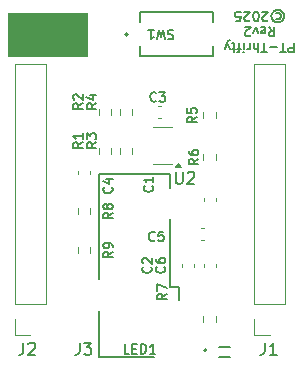
<source format=gbr>
%TF.GenerationSoftware,KiCad,Pcbnew,8.0.6*%
%TF.CreationDate,2025-12-05T01:10:29-07:00*%
%TF.ProjectId,pt_thrifty,70745f74-6872-4696-9674-792e6b696361,rev?*%
%TF.SameCoordinates,Original*%
%TF.FileFunction,Legend,Top*%
%TF.FilePolarity,Positive*%
%FSLAX46Y46*%
G04 Gerber Fmt 4.6, Leading zero omitted, Abs format (unit mm)*
G04 Created by KiCad (PCBNEW 8.0.6) date 2025-12-05 01:10:29*
%MOMM*%
%LPD*%
G01*
G04 APERTURE LIST*
%ADD10C,0.100000*%
%ADD11C,0.150000*%
%ADD12C,0.120000*%
%ADD13C,0.127000*%
%ADD14C,0.200000*%
%ADD15C,0.152400*%
G04 APERTURE END LIST*
D10*
X127889000Y-70548500D02*
X134620000Y-70548500D01*
X134620000Y-74231500D01*
X127889000Y-74231500D01*
X127889000Y-70548500D01*
G36*
X127889000Y-70548500D02*
G01*
X134620000Y-70548500D01*
X134620000Y-74231500D01*
X127889000Y-74231500D01*
X127889000Y-70548500D01*
G37*
D11*
X150005951Y-71751659D02*
X150272618Y-72132612D01*
X150463094Y-71751659D02*
X150463094Y-72551659D01*
X150463094Y-72551659D02*
X150158332Y-72551659D01*
X150158332Y-72551659D02*
X150082142Y-72513564D01*
X150082142Y-72513564D02*
X150044047Y-72475469D01*
X150044047Y-72475469D02*
X150005951Y-72399278D01*
X150005951Y-72399278D02*
X150005951Y-72284993D01*
X150005951Y-72284993D02*
X150044047Y-72208802D01*
X150044047Y-72208802D02*
X150082142Y-72170707D01*
X150082142Y-72170707D02*
X150158332Y-72132612D01*
X150158332Y-72132612D02*
X150463094Y-72132612D01*
X149358332Y-71789755D02*
X149434523Y-71751659D01*
X149434523Y-71751659D02*
X149586904Y-71751659D01*
X149586904Y-71751659D02*
X149663094Y-71789755D01*
X149663094Y-71789755D02*
X149701190Y-71865945D01*
X149701190Y-71865945D02*
X149701190Y-72170707D01*
X149701190Y-72170707D02*
X149663094Y-72246897D01*
X149663094Y-72246897D02*
X149586904Y-72284993D01*
X149586904Y-72284993D02*
X149434523Y-72284993D01*
X149434523Y-72284993D02*
X149358332Y-72246897D01*
X149358332Y-72246897D02*
X149320237Y-72170707D01*
X149320237Y-72170707D02*
X149320237Y-72094516D01*
X149320237Y-72094516D02*
X149701190Y-72018326D01*
X149053571Y-72284993D02*
X148863095Y-71751659D01*
X148863095Y-71751659D02*
X148672618Y-72284993D01*
X148405952Y-72475469D02*
X148367856Y-72513564D01*
X148367856Y-72513564D02*
X148291666Y-72551659D01*
X148291666Y-72551659D02*
X148101190Y-72551659D01*
X148101190Y-72551659D02*
X148024999Y-72513564D01*
X148024999Y-72513564D02*
X147986904Y-72475469D01*
X147986904Y-72475469D02*
X147948809Y-72399278D01*
X147948809Y-72399278D02*
X147948809Y-72323088D01*
X147948809Y-72323088D02*
X147986904Y-72208802D01*
X147986904Y-72208802D02*
X148444047Y-71751659D01*
X148444047Y-71751659D02*
X147948809Y-71751659D01*
X150596428Y-71073228D02*
X150672619Y-71111323D01*
X150672619Y-71111323D02*
X150825000Y-71111323D01*
X150825000Y-71111323D02*
X150901190Y-71073228D01*
X150901190Y-71073228D02*
X150977381Y-70997038D01*
X150977381Y-70997038D02*
X151015476Y-70920847D01*
X151015476Y-70920847D02*
X151015476Y-70768466D01*
X151015476Y-70768466D02*
X150977381Y-70692276D01*
X150977381Y-70692276D02*
X150901190Y-70616085D01*
X150901190Y-70616085D02*
X150825000Y-70577990D01*
X150825000Y-70577990D02*
X150672619Y-70577990D01*
X150672619Y-70577990D02*
X150596428Y-70616085D01*
X150748809Y-71377990D02*
X150939285Y-71339895D01*
X150939285Y-71339895D02*
X151129762Y-71225609D01*
X151129762Y-71225609D02*
X151244047Y-71035133D01*
X151244047Y-71035133D02*
X151282143Y-70844657D01*
X151282143Y-70844657D02*
X151244047Y-70654180D01*
X151244047Y-70654180D02*
X151129762Y-70463704D01*
X151129762Y-70463704D02*
X150939285Y-70349419D01*
X150939285Y-70349419D02*
X150748809Y-70311323D01*
X150748809Y-70311323D02*
X150558333Y-70349419D01*
X150558333Y-70349419D02*
X150367857Y-70463704D01*
X150367857Y-70463704D02*
X150253571Y-70654180D01*
X150253571Y-70654180D02*
X150215476Y-70844657D01*
X150215476Y-70844657D02*
X150253571Y-71035133D01*
X150253571Y-71035133D02*
X150367857Y-71225609D01*
X150367857Y-71225609D02*
X150558333Y-71339895D01*
X150558333Y-71339895D02*
X150748809Y-71377990D01*
X149910714Y-71187514D02*
X149872618Y-71225609D01*
X149872618Y-71225609D02*
X149796428Y-71263704D01*
X149796428Y-71263704D02*
X149605952Y-71263704D01*
X149605952Y-71263704D02*
X149529761Y-71225609D01*
X149529761Y-71225609D02*
X149491666Y-71187514D01*
X149491666Y-71187514D02*
X149453571Y-71111323D01*
X149453571Y-71111323D02*
X149453571Y-71035133D01*
X149453571Y-71035133D02*
X149491666Y-70920847D01*
X149491666Y-70920847D02*
X149948809Y-70463704D01*
X149948809Y-70463704D02*
X149453571Y-70463704D01*
X148958332Y-71263704D02*
X148882142Y-71263704D01*
X148882142Y-71263704D02*
X148805951Y-71225609D01*
X148805951Y-71225609D02*
X148767856Y-71187514D01*
X148767856Y-71187514D02*
X148729761Y-71111323D01*
X148729761Y-71111323D02*
X148691666Y-70958942D01*
X148691666Y-70958942D02*
X148691666Y-70768466D01*
X148691666Y-70768466D02*
X148729761Y-70616085D01*
X148729761Y-70616085D02*
X148767856Y-70539895D01*
X148767856Y-70539895D02*
X148805951Y-70501800D01*
X148805951Y-70501800D02*
X148882142Y-70463704D01*
X148882142Y-70463704D02*
X148958332Y-70463704D01*
X148958332Y-70463704D02*
X149034523Y-70501800D01*
X149034523Y-70501800D02*
X149072618Y-70539895D01*
X149072618Y-70539895D02*
X149110713Y-70616085D01*
X149110713Y-70616085D02*
X149148809Y-70768466D01*
X149148809Y-70768466D02*
X149148809Y-70958942D01*
X149148809Y-70958942D02*
X149110713Y-71111323D01*
X149110713Y-71111323D02*
X149072618Y-71187514D01*
X149072618Y-71187514D02*
X149034523Y-71225609D01*
X149034523Y-71225609D02*
X148958332Y-71263704D01*
X148386904Y-71187514D02*
X148348808Y-71225609D01*
X148348808Y-71225609D02*
X148272618Y-71263704D01*
X148272618Y-71263704D02*
X148082142Y-71263704D01*
X148082142Y-71263704D02*
X148005951Y-71225609D01*
X148005951Y-71225609D02*
X147967856Y-71187514D01*
X147967856Y-71187514D02*
X147929761Y-71111323D01*
X147929761Y-71111323D02*
X147929761Y-71035133D01*
X147929761Y-71035133D02*
X147967856Y-70920847D01*
X147967856Y-70920847D02*
X148424999Y-70463704D01*
X148424999Y-70463704D02*
X147929761Y-70463704D01*
X147205951Y-71263704D02*
X147586903Y-71263704D01*
X147586903Y-71263704D02*
X147624999Y-70882752D01*
X147624999Y-70882752D02*
X147586903Y-70920847D01*
X147586903Y-70920847D02*
X147510713Y-70958942D01*
X147510713Y-70958942D02*
X147320237Y-70958942D01*
X147320237Y-70958942D02*
X147244046Y-70920847D01*
X147244046Y-70920847D02*
X147205951Y-70882752D01*
X147205951Y-70882752D02*
X147167856Y-70806561D01*
X147167856Y-70806561D02*
X147167856Y-70616085D01*
X147167856Y-70616085D02*
X147205951Y-70539895D01*
X147205951Y-70539895D02*
X147244046Y-70501800D01*
X147244046Y-70501800D02*
X147320237Y-70463704D01*
X147320237Y-70463704D02*
X147510713Y-70463704D01*
X147510713Y-70463704D02*
X147586903Y-70501800D01*
X147586903Y-70501800D02*
X147624999Y-70539895D01*
X152110839Y-73130704D02*
X152110839Y-73930704D01*
X152110839Y-73930704D02*
X151806077Y-73930704D01*
X151806077Y-73930704D02*
X151729887Y-73892609D01*
X151729887Y-73892609D02*
X151691792Y-73854514D01*
X151691792Y-73854514D02*
X151653696Y-73778323D01*
X151653696Y-73778323D02*
X151653696Y-73664038D01*
X151653696Y-73664038D02*
X151691792Y-73587847D01*
X151691792Y-73587847D02*
X151729887Y-73549752D01*
X151729887Y-73549752D02*
X151806077Y-73511657D01*
X151806077Y-73511657D02*
X152110839Y-73511657D01*
X151425125Y-73930704D02*
X150967982Y-73930704D01*
X151196554Y-73130704D02*
X151196554Y-73930704D01*
X150701315Y-73435466D02*
X150091792Y-73435466D01*
X149825125Y-73930704D02*
X149367982Y-73930704D01*
X149596554Y-73130704D02*
X149596554Y-73930704D01*
X149101315Y-73130704D02*
X149101315Y-73930704D01*
X148758458Y-73130704D02*
X148758458Y-73549752D01*
X148758458Y-73549752D02*
X148796553Y-73625942D01*
X148796553Y-73625942D02*
X148872744Y-73664038D01*
X148872744Y-73664038D02*
X148987030Y-73664038D01*
X148987030Y-73664038D02*
X149063220Y-73625942D01*
X149063220Y-73625942D02*
X149101315Y-73587847D01*
X148377505Y-73130704D02*
X148377505Y-73664038D01*
X148377505Y-73511657D02*
X148339410Y-73587847D01*
X148339410Y-73587847D02*
X148301315Y-73625942D01*
X148301315Y-73625942D02*
X148225124Y-73664038D01*
X148225124Y-73664038D02*
X148148934Y-73664038D01*
X147882267Y-73130704D02*
X147882267Y-73664038D01*
X147882267Y-73930704D02*
X147920363Y-73892609D01*
X147920363Y-73892609D02*
X147882267Y-73854514D01*
X147882267Y-73854514D02*
X147844172Y-73892609D01*
X147844172Y-73892609D02*
X147882267Y-73930704D01*
X147882267Y-73930704D02*
X147882267Y-73854514D01*
X147615601Y-73664038D02*
X147310839Y-73664038D01*
X147501315Y-73130704D02*
X147501315Y-73816419D01*
X147501315Y-73816419D02*
X147463220Y-73892609D01*
X147463220Y-73892609D02*
X147387030Y-73930704D01*
X147387030Y-73930704D02*
X147310839Y-73930704D01*
X147158458Y-73664038D02*
X146853696Y-73664038D01*
X147044172Y-73930704D02*
X147044172Y-73244990D01*
X147044172Y-73244990D02*
X147006077Y-73168800D01*
X147006077Y-73168800D02*
X146929887Y-73130704D01*
X146929887Y-73130704D02*
X146853696Y-73130704D01*
X146663220Y-73664038D02*
X146472744Y-73130704D01*
X146282267Y-73664038D02*
X146472744Y-73130704D01*
X146472744Y-73130704D02*
X146548934Y-72940228D01*
X146548934Y-72940228D02*
X146587029Y-72902133D01*
X146587029Y-72902133D02*
X146663220Y-72864038D01*
X149653666Y-98514819D02*
X149653666Y-99229104D01*
X149653666Y-99229104D02*
X149606047Y-99371961D01*
X149606047Y-99371961D02*
X149510809Y-99467200D01*
X149510809Y-99467200D02*
X149367952Y-99514819D01*
X149367952Y-99514819D02*
X149272714Y-99514819D01*
X150653666Y-99514819D02*
X150082238Y-99514819D01*
X150367952Y-99514819D02*
X150367952Y-98514819D01*
X150367952Y-98514819D02*
X150272714Y-98657676D01*
X150272714Y-98657676D02*
X150177476Y-98752914D01*
X150177476Y-98752914D02*
X150082238Y-98800533D01*
X141129104Y-92081332D02*
X141167200Y-92119428D01*
X141167200Y-92119428D02*
X141205295Y-92233713D01*
X141205295Y-92233713D02*
X141205295Y-92309904D01*
X141205295Y-92309904D02*
X141167200Y-92424190D01*
X141167200Y-92424190D02*
X141091009Y-92500380D01*
X141091009Y-92500380D02*
X141014819Y-92538475D01*
X141014819Y-92538475D02*
X140862438Y-92576571D01*
X140862438Y-92576571D02*
X140748152Y-92576571D01*
X140748152Y-92576571D02*
X140595771Y-92538475D01*
X140595771Y-92538475D02*
X140519580Y-92500380D01*
X140519580Y-92500380D02*
X140443390Y-92424190D01*
X140443390Y-92424190D02*
X140405295Y-92309904D01*
X140405295Y-92309904D02*
X140405295Y-92233713D01*
X140405295Y-92233713D02*
X140443390Y-92119428D01*
X140443390Y-92119428D02*
X140481485Y-92081332D01*
X140405295Y-91395618D02*
X140405295Y-91547999D01*
X140405295Y-91547999D02*
X140443390Y-91624190D01*
X140443390Y-91624190D02*
X140481485Y-91662285D01*
X140481485Y-91662285D02*
X140595771Y-91738475D01*
X140595771Y-91738475D02*
X140748152Y-91776571D01*
X140748152Y-91776571D02*
X141052914Y-91776571D01*
X141052914Y-91776571D02*
X141129104Y-91738475D01*
X141129104Y-91738475D02*
X141167200Y-91700380D01*
X141167200Y-91700380D02*
X141205295Y-91624190D01*
X141205295Y-91624190D02*
X141205295Y-91471809D01*
X141205295Y-91471809D02*
X141167200Y-91395618D01*
X141167200Y-91395618D02*
X141129104Y-91357523D01*
X141129104Y-91357523D02*
X141052914Y-91319428D01*
X141052914Y-91319428D02*
X140862438Y-91319428D01*
X140862438Y-91319428D02*
X140786247Y-91357523D01*
X140786247Y-91357523D02*
X140748152Y-91395618D01*
X140748152Y-91395618D02*
X140710057Y-91471809D01*
X140710057Y-91471809D02*
X140710057Y-91624190D01*
X140710057Y-91624190D02*
X140748152Y-91700380D01*
X140748152Y-91700380D02*
X140786247Y-91738475D01*
X140786247Y-91738475D02*
X140862438Y-91776571D01*
X136760295Y-87509332D02*
X136379342Y-87775999D01*
X136760295Y-87966475D02*
X135960295Y-87966475D01*
X135960295Y-87966475D02*
X135960295Y-87661713D01*
X135960295Y-87661713D02*
X135998390Y-87585523D01*
X135998390Y-87585523D02*
X136036485Y-87547428D01*
X136036485Y-87547428D02*
X136112676Y-87509332D01*
X136112676Y-87509332D02*
X136226961Y-87509332D01*
X136226961Y-87509332D02*
X136303152Y-87547428D01*
X136303152Y-87547428D02*
X136341247Y-87585523D01*
X136341247Y-87585523D02*
X136379342Y-87661713D01*
X136379342Y-87661713D02*
X136379342Y-87966475D01*
X136303152Y-87052190D02*
X136265057Y-87128380D01*
X136265057Y-87128380D02*
X136226961Y-87166475D01*
X136226961Y-87166475D02*
X136150771Y-87204571D01*
X136150771Y-87204571D02*
X136112676Y-87204571D01*
X136112676Y-87204571D02*
X136036485Y-87166475D01*
X136036485Y-87166475D02*
X135998390Y-87128380D01*
X135998390Y-87128380D02*
X135960295Y-87052190D01*
X135960295Y-87052190D02*
X135960295Y-86899809D01*
X135960295Y-86899809D02*
X135998390Y-86823618D01*
X135998390Y-86823618D02*
X136036485Y-86785523D01*
X136036485Y-86785523D02*
X136112676Y-86747428D01*
X136112676Y-86747428D02*
X136150771Y-86747428D01*
X136150771Y-86747428D02*
X136226961Y-86785523D01*
X136226961Y-86785523D02*
X136265057Y-86823618D01*
X136265057Y-86823618D02*
X136303152Y-86899809D01*
X136303152Y-86899809D02*
X136303152Y-87052190D01*
X136303152Y-87052190D02*
X136341247Y-87128380D01*
X136341247Y-87128380D02*
X136379342Y-87166475D01*
X136379342Y-87166475D02*
X136455533Y-87204571D01*
X136455533Y-87204571D02*
X136607914Y-87204571D01*
X136607914Y-87204571D02*
X136684104Y-87166475D01*
X136684104Y-87166475D02*
X136722200Y-87128380D01*
X136722200Y-87128380D02*
X136760295Y-87052190D01*
X136760295Y-87052190D02*
X136760295Y-86899809D01*
X136760295Y-86899809D02*
X136722200Y-86823618D01*
X136722200Y-86823618D02*
X136684104Y-86785523D01*
X136684104Y-86785523D02*
X136607914Y-86747428D01*
X136607914Y-86747428D02*
X136455533Y-86747428D01*
X136455533Y-86747428D02*
X136379342Y-86785523D01*
X136379342Y-86785523D02*
X136341247Y-86823618D01*
X136341247Y-86823618D02*
X136303152Y-86899809D01*
X136684104Y-85350332D02*
X136722200Y-85388428D01*
X136722200Y-85388428D02*
X136760295Y-85502713D01*
X136760295Y-85502713D02*
X136760295Y-85578904D01*
X136760295Y-85578904D02*
X136722200Y-85693190D01*
X136722200Y-85693190D02*
X136646009Y-85769380D01*
X136646009Y-85769380D02*
X136569819Y-85807475D01*
X136569819Y-85807475D02*
X136417438Y-85845571D01*
X136417438Y-85845571D02*
X136303152Y-85845571D01*
X136303152Y-85845571D02*
X136150771Y-85807475D01*
X136150771Y-85807475D02*
X136074580Y-85769380D01*
X136074580Y-85769380D02*
X135998390Y-85693190D01*
X135998390Y-85693190D02*
X135960295Y-85578904D01*
X135960295Y-85578904D02*
X135960295Y-85502713D01*
X135960295Y-85502713D02*
X135998390Y-85388428D01*
X135998390Y-85388428D02*
X136036485Y-85350332D01*
X136226961Y-84664618D02*
X136760295Y-84664618D01*
X135922200Y-84855094D02*
X136493628Y-85045571D01*
X136493628Y-85045571D02*
X136493628Y-84550332D01*
X134220295Y-81540332D02*
X133839342Y-81806999D01*
X134220295Y-81997475D02*
X133420295Y-81997475D01*
X133420295Y-81997475D02*
X133420295Y-81692713D01*
X133420295Y-81692713D02*
X133458390Y-81616523D01*
X133458390Y-81616523D02*
X133496485Y-81578428D01*
X133496485Y-81578428D02*
X133572676Y-81540332D01*
X133572676Y-81540332D02*
X133686961Y-81540332D01*
X133686961Y-81540332D02*
X133763152Y-81578428D01*
X133763152Y-81578428D02*
X133801247Y-81616523D01*
X133801247Y-81616523D02*
X133839342Y-81692713D01*
X133839342Y-81692713D02*
X133839342Y-81997475D01*
X134220295Y-80778428D02*
X134220295Y-81235571D01*
X134220295Y-81006999D02*
X133420295Y-81006999D01*
X133420295Y-81006999D02*
X133534580Y-81083190D01*
X133534580Y-81083190D02*
X133610771Y-81159380D01*
X133610771Y-81159380D02*
X133648866Y-81235571D01*
X129206666Y-98514819D02*
X129206666Y-99229104D01*
X129206666Y-99229104D02*
X129159047Y-99371961D01*
X129159047Y-99371961D02*
X129063809Y-99467200D01*
X129063809Y-99467200D02*
X128920952Y-99514819D01*
X128920952Y-99514819D02*
X128825714Y-99514819D01*
X129635238Y-98610057D02*
X129682857Y-98562438D01*
X129682857Y-98562438D02*
X129778095Y-98514819D01*
X129778095Y-98514819D02*
X130016190Y-98514819D01*
X130016190Y-98514819D02*
X130111428Y-98562438D01*
X130111428Y-98562438D02*
X130159047Y-98610057D01*
X130159047Y-98610057D02*
X130206666Y-98705295D01*
X130206666Y-98705295D02*
X130206666Y-98800533D01*
X130206666Y-98800533D02*
X130159047Y-98943390D01*
X130159047Y-98943390D02*
X129587619Y-99514819D01*
X129587619Y-99514819D02*
X130206666Y-99514819D01*
X140328667Y-89821104D02*
X140290571Y-89859200D01*
X140290571Y-89859200D02*
X140176286Y-89897295D01*
X140176286Y-89897295D02*
X140100095Y-89897295D01*
X140100095Y-89897295D02*
X139985809Y-89859200D01*
X139985809Y-89859200D02*
X139909619Y-89783009D01*
X139909619Y-89783009D02*
X139871524Y-89706819D01*
X139871524Y-89706819D02*
X139833428Y-89554438D01*
X139833428Y-89554438D02*
X139833428Y-89440152D01*
X139833428Y-89440152D02*
X139871524Y-89287771D01*
X139871524Y-89287771D02*
X139909619Y-89211580D01*
X139909619Y-89211580D02*
X139985809Y-89135390D01*
X139985809Y-89135390D02*
X140100095Y-89097295D01*
X140100095Y-89097295D02*
X140176286Y-89097295D01*
X140176286Y-89097295D02*
X140290571Y-89135390D01*
X140290571Y-89135390D02*
X140328667Y-89173485D01*
X141052476Y-89097295D02*
X140671524Y-89097295D01*
X140671524Y-89097295D02*
X140633428Y-89478247D01*
X140633428Y-89478247D02*
X140671524Y-89440152D01*
X140671524Y-89440152D02*
X140747714Y-89402057D01*
X140747714Y-89402057D02*
X140938190Y-89402057D01*
X140938190Y-89402057D02*
X141014381Y-89440152D01*
X141014381Y-89440152D02*
X141052476Y-89478247D01*
X141052476Y-89478247D02*
X141090571Y-89554438D01*
X141090571Y-89554438D02*
X141090571Y-89744914D01*
X141090571Y-89744914D02*
X141052476Y-89821104D01*
X141052476Y-89821104D02*
X141014381Y-89859200D01*
X141014381Y-89859200D02*
X140938190Y-89897295D01*
X140938190Y-89897295D02*
X140747714Y-89897295D01*
X140747714Y-89897295D02*
X140671524Y-89859200D01*
X140671524Y-89859200D02*
X140633428Y-89821104D01*
X140113104Y-85223332D02*
X140151200Y-85261428D01*
X140151200Y-85261428D02*
X140189295Y-85375713D01*
X140189295Y-85375713D02*
X140189295Y-85451904D01*
X140189295Y-85451904D02*
X140151200Y-85566190D01*
X140151200Y-85566190D02*
X140075009Y-85642380D01*
X140075009Y-85642380D02*
X139998819Y-85680475D01*
X139998819Y-85680475D02*
X139846438Y-85718571D01*
X139846438Y-85718571D02*
X139732152Y-85718571D01*
X139732152Y-85718571D02*
X139579771Y-85680475D01*
X139579771Y-85680475D02*
X139503580Y-85642380D01*
X139503580Y-85642380D02*
X139427390Y-85566190D01*
X139427390Y-85566190D02*
X139389295Y-85451904D01*
X139389295Y-85451904D02*
X139389295Y-85375713D01*
X139389295Y-85375713D02*
X139427390Y-85261428D01*
X139427390Y-85261428D02*
X139465485Y-85223332D01*
X140189295Y-84461428D02*
X140189295Y-84918571D01*
X140189295Y-84689999D02*
X139389295Y-84689999D01*
X139389295Y-84689999D02*
X139503580Y-84766190D01*
X139503580Y-84766190D02*
X139579771Y-84842380D01*
X139579771Y-84842380D02*
X139617866Y-84918571D01*
X133969166Y-98514819D02*
X133969166Y-99229104D01*
X133969166Y-99229104D02*
X133921547Y-99371961D01*
X133921547Y-99371961D02*
X133826309Y-99467200D01*
X133826309Y-99467200D02*
X133683452Y-99514819D01*
X133683452Y-99514819D02*
X133588214Y-99514819D01*
X134350119Y-98514819D02*
X134969166Y-98514819D01*
X134969166Y-98514819D02*
X134635833Y-98895771D01*
X134635833Y-98895771D02*
X134778690Y-98895771D01*
X134778690Y-98895771D02*
X134873928Y-98943390D01*
X134873928Y-98943390D02*
X134921547Y-98991009D01*
X134921547Y-98991009D02*
X134969166Y-99086247D01*
X134969166Y-99086247D02*
X134969166Y-99324342D01*
X134969166Y-99324342D02*
X134921547Y-99419580D01*
X134921547Y-99419580D02*
X134873928Y-99467200D01*
X134873928Y-99467200D02*
X134778690Y-99514819D01*
X134778690Y-99514819D02*
X134492976Y-99514819D01*
X134492976Y-99514819D02*
X134397738Y-99467200D01*
X134397738Y-99467200D02*
X134350119Y-99419580D01*
X138169761Y-99422295D02*
X137788809Y-99422295D01*
X137788809Y-99422295D02*
X137788809Y-98622295D01*
X138436428Y-99003247D02*
X138703094Y-99003247D01*
X138817380Y-99422295D02*
X138436428Y-99422295D01*
X138436428Y-99422295D02*
X138436428Y-98622295D01*
X138436428Y-98622295D02*
X138817380Y-98622295D01*
X139160238Y-99422295D02*
X139160238Y-98622295D01*
X139160238Y-98622295D02*
X139350714Y-98622295D01*
X139350714Y-98622295D02*
X139465000Y-98660390D01*
X139465000Y-98660390D02*
X139541190Y-98736580D01*
X139541190Y-98736580D02*
X139579285Y-98812771D01*
X139579285Y-98812771D02*
X139617381Y-98965152D01*
X139617381Y-98965152D02*
X139617381Y-99079438D01*
X139617381Y-99079438D02*
X139579285Y-99231819D01*
X139579285Y-99231819D02*
X139541190Y-99308009D01*
X139541190Y-99308009D02*
X139465000Y-99384200D01*
X139465000Y-99384200D02*
X139350714Y-99422295D01*
X139350714Y-99422295D02*
X139160238Y-99422295D01*
X140379285Y-99422295D02*
X139922142Y-99422295D01*
X140150714Y-99422295D02*
X140150714Y-98622295D01*
X140150714Y-98622295D02*
X140074523Y-98736580D01*
X140074523Y-98736580D02*
X139998333Y-98812771D01*
X139998333Y-98812771D02*
X139922142Y-98850866D01*
X139986104Y-92081332D02*
X140024200Y-92119428D01*
X140024200Y-92119428D02*
X140062295Y-92233713D01*
X140062295Y-92233713D02*
X140062295Y-92309904D01*
X140062295Y-92309904D02*
X140024200Y-92424190D01*
X140024200Y-92424190D02*
X139948009Y-92500380D01*
X139948009Y-92500380D02*
X139871819Y-92538475D01*
X139871819Y-92538475D02*
X139719438Y-92576571D01*
X139719438Y-92576571D02*
X139605152Y-92576571D01*
X139605152Y-92576571D02*
X139452771Y-92538475D01*
X139452771Y-92538475D02*
X139376580Y-92500380D01*
X139376580Y-92500380D02*
X139300390Y-92424190D01*
X139300390Y-92424190D02*
X139262295Y-92309904D01*
X139262295Y-92309904D02*
X139262295Y-92233713D01*
X139262295Y-92233713D02*
X139300390Y-92119428D01*
X139300390Y-92119428D02*
X139338485Y-92081332D01*
X139338485Y-91776571D02*
X139300390Y-91738475D01*
X139300390Y-91738475D02*
X139262295Y-91662285D01*
X139262295Y-91662285D02*
X139262295Y-91471809D01*
X139262295Y-91471809D02*
X139300390Y-91395618D01*
X139300390Y-91395618D02*
X139338485Y-91357523D01*
X139338485Y-91357523D02*
X139414676Y-91319428D01*
X139414676Y-91319428D02*
X139490866Y-91319428D01*
X139490866Y-91319428D02*
X139605152Y-91357523D01*
X139605152Y-91357523D02*
X140062295Y-91814666D01*
X140062295Y-91814666D02*
X140062295Y-91319428D01*
X135363295Y-81540332D02*
X134982342Y-81806999D01*
X135363295Y-81997475D02*
X134563295Y-81997475D01*
X134563295Y-81997475D02*
X134563295Y-81692713D01*
X134563295Y-81692713D02*
X134601390Y-81616523D01*
X134601390Y-81616523D02*
X134639485Y-81578428D01*
X134639485Y-81578428D02*
X134715676Y-81540332D01*
X134715676Y-81540332D02*
X134829961Y-81540332D01*
X134829961Y-81540332D02*
X134906152Y-81578428D01*
X134906152Y-81578428D02*
X134944247Y-81616523D01*
X134944247Y-81616523D02*
X134982342Y-81692713D01*
X134982342Y-81692713D02*
X134982342Y-81997475D01*
X134563295Y-81273666D02*
X134563295Y-80778428D01*
X134563295Y-80778428D02*
X134868057Y-81045094D01*
X134868057Y-81045094D02*
X134868057Y-80930809D01*
X134868057Y-80930809D02*
X134906152Y-80854618D01*
X134906152Y-80854618D02*
X134944247Y-80816523D01*
X134944247Y-80816523D02*
X135020438Y-80778428D01*
X135020438Y-80778428D02*
X135210914Y-80778428D01*
X135210914Y-80778428D02*
X135287104Y-80816523D01*
X135287104Y-80816523D02*
X135325200Y-80854618D01*
X135325200Y-80854618D02*
X135363295Y-80930809D01*
X135363295Y-80930809D02*
X135363295Y-81159380D01*
X135363295Y-81159380D02*
X135325200Y-81235571D01*
X135325200Y-81235571D02*
X135287104Y-81273666D01*
X143999295Y-82937332D02*
X143618342Y-83203999D01*
X143999295Y-83394475D02*
X143199295Y-83394475D01*
X143199295Y-83394475D02*
X143199295Y-83089713D01*
X143199295Y-83089713D02*
X143237390Y-83013523D01*
X143237390Y-83013523D02*
X143275485Y-82975428D01*
X143275485Y-82975428D02*
X143351676Y-82937332D01*
X143351676Y-82937332D02*
X143465961Y-82937332D01*
X143465961Y-82937332D02*
X143542152Y-82975428D01*
X143542152Y-82975428D02*
X143580247Y-83013523D01*
X143580247Y-83013523D02*
X143618342Y-83089713D01*
X143618342Y-83089713D02*
X143618342Y-83394475D01*
X143199295Y-82251618D02*
X143199295Y-82403999D01*
X143199295Y-82403999D02*
X143237390Y-82480190D01*
X143237390Y-82480190D02*
X143275485Y-82518285D01*
X143275485Y-82518285D02*
X143389771Y-82594475D01*
X143389771Y-82594475D02*
X143542152Y-82632571D01*
X143542152Y-82632571D02*
X143846914Y-82632571D01*
X143846914Y-82632571D02*
X143923104Y-82594475D01*
X143923104Y-82594475D02*
X143961200Y-82556380D01*
X143961200Y-82556380D02*
X143999295Y-82480190D01*
X143999295Y-82480190D02*
X143999295Y-82327809D01*
X143999295Y-82327809D02*
X143961200Y-82251618D01*
X143961200Y-82251618D02*
X143923104Y-82213523D01*
X143923104Y-82213523D02*
X143846914Y-82175428D01*
X143846914Y-82175428D02*
X143656438Y-82175428D01*
X143656438Y-82175428D02*
X143580247Y-82213523D01*
X143580247Y-82213523D02*
X143542152Y-82251618D01*
X143542152Y-82251618D02*
X143504057Y-82327809D01*
X143504057Y-82327809D02*
X143504057Y-82480190D01*
X143504057Y-82480190D02*
X143542152Y-82556380D01*
X143542152Y-82556380D02*
X143580247Y-82594475D01*
X143580247Y-82594475D02*
X143656438Y-82632571D01*
X141332295Y-94367332D02*
X140951342Y-94633999D01*
X141332295Y-94824475D02*
X140532295Y-94824475D01*
X140532295Y-94824475D02*
X140532295Y-94519713D01*
X140532295Y-94519713D02*
X140570390Y-94443523D01*
X140570390Y-94443523D02*
X140608485Y-94405428D01*
X140608485Y-94405428D02*
X140684676Y-94367332D01*
X140684676Y-94367332D02*
X140798961Y-94367332D01*
X140798961Y-94367332D02*
X140875152Y-94405428D01*
X140875152Y-94405428D02*
X140913247Y-94443523D01*
X140913247Y-94443523D02*
X140951342Y-94519713D01*
X140951342Y-94519713D02*
X140951342Y-94824475D01*
X140532295Y-94100666D02*
X140532295Y-93567332D01*
X140532295Y-93567332D02*
X141332295Y-93910190D01*
X143872295Y-79381332D02*
X143491342Y-79647999D01*
X143872295Y-79838475D02*
X143072295Y-79838475D01*
X143072295Y-79838475D02*
X143072295Y-79533713D01*
X143072295Y-79533713D02*
X143110390Y-79457523D01*
X143110390Y-79457523D02*
X143148485Y-79419428D01*
X143148485Y-79419428D02*
X143224676Y-79381332D01*
X143224676Y-79381332D02*
X143338961Y-79381332D01*
X143338961Y-79381332D02*
X143415152Y-79419428D01*
X143415152Y-79419428D02*
X143453247Y-79457523D01*
X143453247Y-79457523D02*
X143491342Y-79533713D01*
X143491342Y-79533713D02*
X143491342Y-79838475D01*
X143072295Y-78657523D02*
X143072295Y-79038475D01*
X143072295Y-79038475D02*
X143453247Y-79076571D01*
X143453247Y-79076571D02*
X143415152Y-79038475D01*
X143415152Y-79038475D02*
X143377057Y-78962285D01*
X143377057Y-78962285D02*
X143377057Y-78771809D01*
X143377057Y-78771809D02*
X143415152Y-78695618D01*
X143415152Y-78695618D02*
X143453247Y-78657523D01*
X143453247Y-78657523D02*
X143529438Y-78619428D01*
X143529438Y-78619428D02*
X143719914Y-78619428D01*
X143719914Y-78619428D02*
X143796104Y-78657523D01*
X143796104Y-78657523D02*
X143834200Y-78695618D01*
X143834200Y-78695618D02*
X143872295Y-78771809D01*
X143872295Y-78771809D02*
X143872295Y-78962285D01*
X143872295Y-78962285D02*
X143834200Y-79038475D01*
X143834200Y-79038475D02*
X143796104Y-79076571D01*
X140455667Y-78010104D02*
X140417571Y-78048200D01*
X140417571Y-78048200D02*
X140303286Y-78086295D01*
X140303286Y-78086295D02*
X140227095Y-78086295D01*
X140227095Y-78086295D02*
X140112809Y-78048200D01*
X140112809Y-78048200D02*
X140036619Y-77972009D01*
X140036619Y-77972009D02*
X139998524Y-77895819D01*
X139998524Y-77895819D02*
X139960428Y-77743438D01*
X139960428Y-77743438D02*
X139960428Y-77629152D01*
X139960428Y-77629152D02*
X139998524Y-77476771D01*
X139998524Y-77476771D02*
X140036619Y-77400580D01*
X140036619Y-77400580D02*
X140112809Y-77324390D01*
X140112809Y-77324390D02*
X140227095Y-77286295D01*
X140227095Y-77286295D02*
X140303286Y-77286295D01*
X140303286Y-77286295D02*
X140417571Y-77324390D01*
X140417571Y-77324390D02*
X140455667Y-77362485D01*
X140722333Y-77286295D02*
X141217571Y-77286295D01*
X141217571Y-77286295D02*
X140950905Y-77591057D01*
X140950905Y-77591057D02*
X141065190Y-77591057D01*
X141065190Y-77591057D02*
X141141381Y-77629152D01*
X141141381Y-77629152D02*
X141179476Y-77667247D01*
X141179476Y-77667247D02*
X141217571Y-77743438D01*
X141217571Y-77743438D02*
X141217571Y-77933914D01*
X141217571Y-77933914D02*
X141179476Y-78010104D01*
X141179476Y-78010104D02*
X141141381Y-78048200D01*
X141141381Y-78048200D02*
X141065190Y-78086295D01*
X141065190Y-78086295D02*
X140836619Y-78086295D01*
X140836619Y-78086295D02*
X140760428Y-78048200D01*
X140760428Y-78048200D02*
X140722333Y-78010104D01*
X141909667Y-72065800D02*
X141795381Y-72027704D01*
X141795381Y-72027704D02*
X141604905Y-72027704D01*
X141604905Y-72027704D02*
X141528714Y-72065800D01*
X141528714Y-72065800D02*
X141490619Y-72103895D01*
X141490619Y-72103895D02*
X141452524Y-72180085D01*
X141452524Y-72180085D02*
X141452524Y-72256276D01*
X141452524Y-72256276D02*
X141490619Y-72332466D01*
X141490619Y-72332466D02*
X141528714Y-72370561D01*
X141528714Y-72370561D02*
X141604905Y-72408657D01*
X141604905Y-72408657D02*
X141757286Y-72446752D01*
X141757286Y-72446752D02*
X141833476Y-72484847D01*
X141833476Y-72484847D02*
X141871571Y-72522942D01*
X141871571Y-72522942D02*
X141909667Y-72599133D01*
X141909667Y-72599133D02*
X141909667Y-72675323D01*
X141909667Y-72675323D02*
X141871571Y-72751514D01*
X141871571Y-72751514D02*
X141833476Y-72789609D01*
X141833476Y-72789609D02*
X141757286Y-72827704D01*
X141757286Y-72827704D02*
X141566809Y-72827704D01*
X141566809Y-72827704D02*
X141452524Y-72789609D01*
X141185857Y-72827704D02*
X140995381Y-72027704D01*
X140995381Y-72027704D02*
X140843000Y-72599133D01*
X140843000Y-72599133D02*
X140690619Y-72027704D01*
X140690619Y-72027704D02*
X140500143Y-72827704D01*
X139776333Y-72027704D02*
X140233476Y-72027704D01*
X140004904Y-72027704D02*
X140004904Y-72827704D01*
X140004904Y-72827704D02*
X140081095Y-72713419D01*
X140081095Y-72713419D02*
X140157285Y-72637228D01*
X140157285Y-72637228D02*
X140233476Y-72599133D01*
X134220295Y-78238332D02*
X133839342Y-78504999D01*
X134220295Y-78695475D02*
X133420295Y-78695475D01*
X133420295Y-78695475D02*
X133420295Y-78390713D01*
X133420295Y-78390713D02*
X133458390Y-78314523D01*
X133458390Y-78314523D02*
X133496485Y-78276428D01*
X133496485Y-78276428D02*
X133572676Y-78238332D01*
X133572676Y-78238332D02*
X133686961Y-78238332D01*
X133686961Y-78238332D02*
X133763152Y-78276428D01*
X133763152Y-78276428D02*
X133801247Y-78314523D01*
X133801247Y-78314523D02*
X133839342Y-78390713D01*
X133839342Y-78390713D02*
X133839342Y-78695475D01*
X133496485Y-77933571D02*
X133458390Y-77895475D01*
X133458390Y-77895475D02*
X133420295Y-77819285D01*
X133420295Y-77819285D02*
X133420295Y-77628809D01*
X133420295Y-77628809D02*
X133458390Y-77552618D01*
X133458390Y-77552618D02*
X133496485Y-77514523D01*
X133496485Y-77514523D02*
X133572676Y-77476428D01*
X133572676Y-77476428D02*
X133648866Y-77476428D01*
X133648866Y-77476428D02*
X133763152Y-77514523D01*
X133763152Y-77514523D02*
X134220295Y-77971666D01*
X134220295Y-77971666D02*
X134220295Y-77476428D01*
X136760295Y-90811332D02*
X136379342Y-91077999D01*
X136760295Y-91268475D02*
X135960295Y-91268475D01*
X135960295Y-91268475D02*
X135960295Y-90963713D01*
X135960295Y-90963713D02*
X135998390Y-90887523D01*
X135998390Y-90887523D02*
X136036485Y-90849428D01*
X136036485Y-90849428D02*
X136112676Y-90811332D01*
X136112676Y-90811332D02*
X136226961Y-90811332D01*
X136226961Y-90811332D02*
X136303152Y-90849428D01*
X136303152Y-90849428D02*
X136341247Y-90887523D01*
X136341247Y-90887523D02*
X136379342Y-90963713D01*
X136379342Y-90963713D02*
X136379342Y-91268475D01*
X136760295Y-90430380D02*
X136760295Y-90277999D01*
X136760295Y-90277999D02*
X136722200Y-90201809D01*
X136722200Y-90201809D02*
X136684104Y-90163713D01*
X136684104Y-90163713D02*
X136569819Y-90087523D01*
X136569819Y-90087523D02*
X136417438Y-90049428D01*
X136417438Y-90049428D02*
X136112676Y-90049428D01*
X136112676Y-90049428D02*
X136036485Y-90087523D01*
X136036485Y-90087523D02*
X135998390Y-90125618D01*
X135998390Y-90125618D02*
X135960295Y-90201809D01*
X135960295Y-90201809D02*
X135960295Y-90354190D01*
X135960295Y-90354190D02*
X135998390Y-90430380D01*
X135998390Y-90430380D02*
X136036485Y-90468475D01*
X136036485Y-90468475D02*
X136112676Y-90506571D01*
X136112676Y-90506571D02*
X136303152Y-90506571D01*
X136303152Y-90506571D02*
X136379342Y-90468475D01*
X136379342Y-90468475D02*
X136417438Y-90430380D01*
X136417438Y-90430380D02*
X136455533Y-90354190D01*
X136455533Y-90354190D02*
X136455533Y-90201809D01*
X136455533Y-90201809D02*
X136417438Y-90125618D01*
X136417438Y-90125618D02*
X136379342Y-90087523D01*
X136379342Y-90087523D02*
X136303152Y-90049428D01*
X135363295Y-78238332D02*
X134982342Y-78504999D01*
X135363295Y-78695475D02*
X134563295Y-78695475D01*
X134563295Y-78695475D02*
X134563295Y-78390713D01*
X134563295Y-78390713D02*
X134601390Y-78314523D01*
X134601390Y-78314523D02*
X134639485Y-78276428D01*
X134639485Y-78276428D02*
X134715676Y-78238332D01*
X134715676Y-78238332D02*
X134829961Y-78238332D01*
X134829961Y-78238332D02*
X134906152Y-78276428D01*
X134906152Y-78276428D02*
X134944247Y-78314523D01*
X134944247Y-78314523D02*
X134982342Y-78390713D01*
X134982342Y-78390713D02*
X134982342Y-78695475D01*
X134829961Y-77552618D02*
X135363295Y-77552618D01*
X134525200Y-77743094D02*
X135096628Y-77933571D01*
X135096628Y-77933571D02*
X135096628Y-77438332D01*
X142113095Y-84036819D02*
X142113095Y-84846342D01*
X142113095Y-84846342D02*
X142160714Y-84941580D01*
X142160714Y-84941580D02*
X142208333Y-84989200D01*
X142208333Y-84989200D02*
X142303571Y-85036819D01*
X142303571Y-85036819D02*
X142494047Y-85036819D01*
X142494047Y-85036819D02*
X142589285Y-84989200D01*
X142589285Y-84989200D02*
X142636904Y-84941580D01*
X142636904Y-84941580D02*
X142684523Y-84846342D01*
X142684523Y-84846342D02*
X142684523Y-84036819D01*
X143113095Y-84132057D02*
X143160714Y-84084438D01*
X143160714Y-84084438D02*
X143255952Y-84036819D01*
X143255952Y-84036819D02*
X143494047Y-84036819D01*
X143494047Y-84036819D02*
X143589285Y-84084438D01*
X143589285Y-84084438D02*
X143636904Y-84132057D01*
X143636904Y-84132057D02*
X143684523Y-84227295D01*
X143684523Y-84227295D02*
X143684523Y-84322533D01*
X143684523Y-84322533D02*
X143636904Y-84465390D01*
X143636904Y-84465390D02*
X143065476Y-85036819D01*
X143065476Y-85036819D02*
X143684523Y-85036819D01*
D12*
%TO.C,J1*%
X148720500Y-95250000D02*
X148720500Y-74870000D01*
X148720500Y-97850000D02*
X148720500Y-96520000D01*
X150050500Y-97850000D02*
X148720500Y-97850000D01*
X151380500Y-74870000D02*
X148720500Y-74870000D01*
X151380500Y-95250000D02*
X148720500Y-95250000D01*
X151380500Y-95250000D02*
X151380500Y-74870000D01*
%TO.C,C6*%
X144524000Y-92088580D02*
X144524000Y-91807420D01*
X145544000Y-92088580D02*
X145544000Y-91807420D01*
%TO.C,R8*%
X133843500Y-87138742D02*
X133843500Y-87613258D01*
X134888500Y-87138742D02*
X134888500Y-87613258D01*
%TO.C,C4*%
X133856000Y-84214580D02*
X133856000Y-83933420D01*
X134876000Y-84214580D02*
X134876000Y-83933420D01*
%TO.C,R1*%
X135621500Y-82533258D02*
X135621500Y-82058742D01*
X136666500Y-82533258D02*
X136666500Y-82058742D01*
%TO.C,J2*%
X128464000Y-95250000D02*
X128464000Y-74870000D01*
X128464000Y-97850000D02*
X128464000Y-96520000D01*
X129794000Y-97850000D02*
X128464000Y-97850000D01*
X131124000Y-74870000D02*
X128464000Y-74870000D01*
X131124000Y-95250000D02*
X128464000Y-95250000D01*
X131124000Y-95250000D02*
X131124000Y-74870000D01*
%TO.C,C5*%
X144258420Y-88771000D02*
X144539580Y-88771000D01*
X144258420Y-89791000D02*
X144539580Y-89791000D01*
%TO.C,C1*%
X144460500Y-86500580D02*
X144460500Y-86219420D01*
X145480500Y-86500580D02*
X145480500Y-86219420D01*
D13*
%TO.C,J3*%
X135620500Y-84250000D02*
X135620500Y-93130000D01*
X135620500Y-95800000D02*
X135620500Y-99750000D01*
X135620500Y-99750000D02*
X140300500Y-99750000D01*
X141620500Y-84250000D02*
X135620500Y-84250000D01*
X141620500Y-85430000D02*
X141620500Y-84250000D01*
X141620500Y-93750000D02*
X141620500Y-88070000D01*
X142420500Y-93750000D02*
X141620500Y-93750000D01*
X142420500Y-94930000D02*
X142420500Y-93750000D01*
D14*
X144720500Y-99150000D02*
G75*
G02*
X144520500Y-99150000I-100000J0D01*
G01*
X144520500Y-99150000D02*
G75*
G02*
X144720500Y-99150000I100000J0D01*
G01*
D15*
%TO.C,LED1*%
X145798750Y-99745800D02*
X146682250Y-99745800D01*
X146682250Y-98882200D02*
X145798750Y-98882200D01*
D12*
%TO.C,C2*%
X142619000Y-92088580D02*
X142619000Y-91807420D01*
X143639000Y-92088580D02*
X143639000Y-91807420D01*
%TO.C,R3*%
X137399500Y-82533258D02*
X137399500Y-82058742D01*
X138444500Y-82533258D02*
X138444500Y-82058742D01*
%TO.C,R6*%
X144448000Y-82566742D02*
X144448000Y-83041258D01*
X145493000Y-82566742D02*
X145493000Y-83041258D01*
%TO.C,R7*%
X144448000Y-96282742D02*
X144448000Y-96757258D01*
X145493000Y-96282742D02*
X145493000Y-96757258D01*
%TO.C,R5*%
X144448000Y-79010742D02*
X144448000Y-79485258D01*
X145493000Y-79010742D02*
X145493000Y-79485258D01*
%TO.C,C3*%
X140575420Y-78484000D02*
X140856580Y-78484000D01*
X140575420Y-79504000D02*
X140856580Y-79504000D01*
D15*
%TO.C,SW1*%
X139040799Y-70510400D02*
X139040799Y-71358760D01*
X139040799Y-73421240D02*
X139040799Y-74269600D01*
X139040799Y-74269600D02*
X145289199Y-74269600D01*
X145289199Y-70510400D02*
X139040799Y-70510400D01*
X145289199Y-71358760D02*
X145289199Y-70510400D01*
X145289199Y-74269600D02*
X145289199Y-73421240D01*
X138051399Y-72390000D02*
G75*
G02*
X137797399Y-72390000I-127000J0D01*
G01*
X137797399Y-72390000D02*
G75*
G02*
X138051399Y-72390000I127000J0D01*
G01*
D12*
%TO.C,R2*%
X135621500Y-79231258D02*
X135621500Y-78756742D01*
X136666500Y-79231258D02*
X136666500Y-78756742D01*
%TO.C,R9*%
X133843500Y-90440742D02*
X133843500Y-90915258D01*
X134888500Y-90440742D02*
X134888500Y-90915258D01*
%TO.C,R4*%
X137399500Y-79231258D02*
X137399500Y-78756742D01*
X138444500Y-79231258D02*
X138444500Y-78756742D01*
%TO.C,U2*%
X140975500Y-80228000D02*
X140175500Y-80228000D01*
X140975500Y-80228000D02*
X141775500Y-80228000D01*
X140975500Y-83348000D02*
X140175500Y-83348000D01*
X140975500Y-83348000D02*
X141775500Y-83348000D01*
X142515500Y-83628000D02*
X142035500Y-83628000D01*
X142275500Y-83298000D01*
X142515500Y-83628000D01*
G36*
X142515500Y-83628000D02*
G01*
X142035500Y-83628000D01*
X142275500Y-83298000D01*
X142515500Y-83628000D01*
G37*
%TD*%
M02*

</source>
